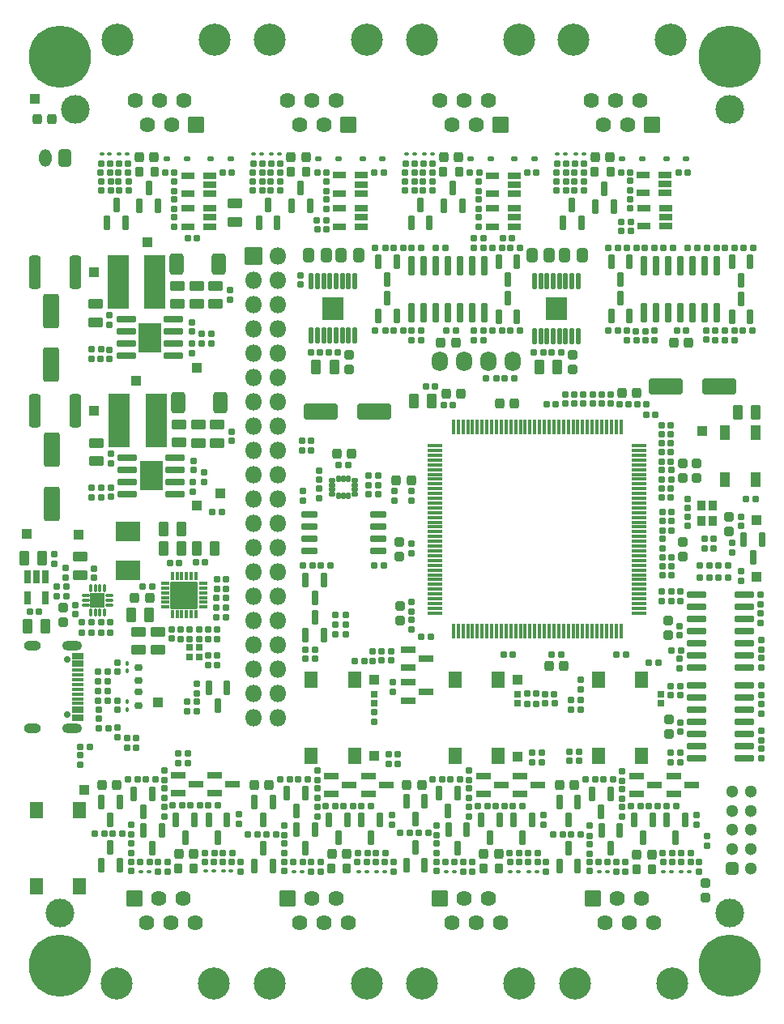
<source format=gbr>
%TF.GenerationSoftware,KiCad,Pcbnew,(7.0.0)*%
%TF.CreationDate,2023-03-16T19:41:22+00:00*%
%TF.ProjectId,RobotLegoController,526f626f-744c-4656-976f-436f6e74726f,REV A*%
%TF.SameCoordinates,Original*%
%TF.FileFunction,Soldermask,Top*%
%TF.FilePolarity,Negative*%
%FSLAX46Y46*%
G04 Gerber Fmt 4.6, Leading zero omitted, Abs format (unit mm)*
G04 Created by KiCad (PCBNEW (7.0.0)) date 2023-03-16 19:41:22*
%MOMM*%
%LPD*%
G01*
G04 APERTURE LIST*
G04 Aperture macros list*
%AMRoundRect*
0 Rectangle with rounded corners*
0 $1 Rounding radius*
0 $2 $3 $4 $5 $6 $7 $8 $9 X,Y pos of 4 corners*
0 Add a 4 corners polygon primitive as box body*
4,1,4,$2,$3,$4,$5,$6,$7,$8,$9,$2,$3,0*
0 Add four circle primitives for the rounded corners*
1,1,$1+$1,$2,$3*
1,1,$1+$1,$4,$5*
1,1,$1+$1,$6,$7*
1,1,$1+$1,$8,$9*
0 Add four rect primitives between the rounded corners*
20,1,$1+$1,$2,$3,$4,$5,0*
20,1,$1+$1,$4,$5,$6,$7,0*
20,1,$1+$1,$6,$7,$8,$9,0*
20,1,$1+$1,$8,$9,$2,$3,0*%
G04 Aperture macros list end*
%ADD10RoundRect,0.185000X-0.185000X0.135000X-0.185000X-0.135000X0.185000X-0.135000X0.185000X0.135000X0*%
%ADD11RoundRect,0.200000X0.150000X-0.587500X0.150000X0.587500X-0.150000X0.587500X-0.150000X-0.587500X0*%
%ADD12RoundRect,0.190000X0.140000X0.170000X-0.140000X0.170000X-0.140000X-0.170000X0.140000X-0.170000X0*%
%ADD13RoundRect,0.185000X-0.135000X-0.185000X0.135000X-0.185000X0.135000X0.185000X-0.135000X0.185000X0*%
%ADD14RoundRect,0.300000X-0.262500X-0.450000X0.262500X-0.450000X0.262500X0.450000X-0.262500X0.450000X0*%
%ADD15RoundRect,0.185000X0.185000X-0.135000X0.185000X0.135000X-0.185000X0.135000X-0.185000X-0.135000X0*%
%ADD16RoundRect,0.300000X-0.550000X1.500000X-0.550000X-1.500000X0.550000X-1.500000X0.550000X1.500000X0*%
%ADD17RoundRect,0.050000X-1.075000X-2.750000X1.075000X-2.750000X1.075000X2.750000X-1.075000X2.750000X0*%
%ADD18RoundRect,0.200000X0.512500X0.150000X-0.512500X0.150000X-0.512500X-0.150000X0.512500X-0.150000X0*%
%ADD19RoundRect,0.112500X-0.117500X-0.062500X0.117500X-0.062500X0.117500X0.062500X-0.117500X0.062500X0*%
%ADD20C,6.500000*%
%ADD21RoundRect,0.300000X0.262500X0.450000X-0.262500X0.450000X-0.262500X-0.450000X0.262500X-0.450000X0*%
%ADD22RoundRect,0.300000X0.250000X0.475000X-0.250000X0.475000X-0.250000X-0.475000X0.250000X-0.475000X0*%
%ADD23RoundRect,0.275000X0.225000X0.250000X-0.225000X0.250000X-0.225000X-0.250000X0.225000X-0.250000X0*%
%ADD24RoundRect,0.185000X0.135000X0.185000X-0.135000X0.185000X-0.135000X-0.185000X0.135000X-0.185000X0*%
%ADD25RoundRect,0.162500X-0.187500X-0.112500X0.187500X-0.112500X0.187500X0.112500X-0.187500X0.112500X0*%
%ADD26RoundRect,0.190000X-0.140000X-0.170000X0.140000X-0.170000X0.140000X0.170000X-0.140000X0.170000X0*%
%ADD27C,3.350000*%
%ADD28RoundRect,0.050000X0.760000X0.760000X-0.760000X0.760000X-0.760000X-0.760000X0.760000X-0.760000X0*%
%ADD29C,1.620000*%
%ADD30RoundRect,0.050000X-0.500000X-0.500000X0.500000X-0.500000X0.500000X0.500000X-0.500000X0.500000X0*%
%ADD31C,3.000000*%
%ADD32RoundRect,0.200000X-0.150000X0.587500X-0.150000X-0.587500X0.150000X-0.587500X0.150000X0.587500X0*%
%ADD33RoundRect,0.162500X0.187500X0.112500X-0.187500X0.112500X-0.187500X-0.112500X0.187500X-0.112500X0*%
%ADD34RoundRect,0.190000X-0.170000X0.140000X-0.170000X-0.140000X0.170000X-0.140000X0.170000X0.140000X0*%
%ADD35RoundRect,0.250000X0.200000X0.275000X-0.200000X0.275000X-0.200000X-0.275000X0.200000X-0.275000X0*%
%ADD36RoundRect,0.275000X-0.225000X-0.250000X0.225000X-0.250000X0.225000X0.250000X-0.225000X0.250000X0*%
%ADD37RoundRect,0.200000X-0.825000X-0.150000X0.825000X-0.150000X0.825000X0.150000X-0.825000X0.150000X0*%
%ADD38RoundRect,0.125000X0.662500X0.075000X-0.662500X0.075000X-0.662500X-0.075000X0.662500X-0.075000X0*%
%ADD39RoundRect,0.125000X0.075000X0.662500X-0.075000X0.662500X-0.075000X-0.662500X0.075000X-0.662500X0*%
%ADD40RoundRect,0.200000X-0.587500X-0.150000X0.587500X-0.150000X0.587500X0.150000X-0.587500X0.150000X0*%
%ADD41RoundRect,0.300000X-0.475000X0.250000X-0.475000X-0.250000X0.475000X-0.250000X0.475000X0.250000X0*%
%ADD42RoundRect,0.190000X0.170000X-0.140000X0.170000X0.140000X-0.170000X0.140000X-0.170000X-0.140000X0*%
%ADD43RoundRect,0.050000X1.250000X-0.950000X1.250000X0.950000X-1.250000X0.950000X-1.250000X-0.950000X0*%
%ADD44RoundRect,0.050000X-0.650000X0.775000X-0.650000X-0.775000X0.650000X-0.775000X0.650000X0.775000X0*%
%ADD45RoundRect,0.300000X-1.500000X-0.550000X1.500000X-0.550000X1.500000X0.550000X-1.500000X0.550000X0*%
%ADD46O,1.700000X2.100000*%
%ADD47RoundRect,0.200000X-0.150000X0.512500X-0.150000X-0.512500X0.150000X-0.512500X0.150000X0.512500X0*%
%ADD48RoundRect,0.112500X0.117500X0.062500X-0.117500X0.062500X-0.117500X-0.062500X0.117500X-0.062500X0*%
%ADD49RoundRect,0.050000X0.650000X-0.775000X0.650000X0.775000X-0.650000X0.775000X-0.650000X-0.775000X0*%
%ADD50RoundRect,0.197500X0.172500X-0.147500X0.172500X0.147500X-0.172500X0.147500X-0.172500X-0.147500X0*%
%ADD51RoundRect,0.300000X0.475000X-0.250000X0.475000X0.250000X-0.475000X0.250000X-0.475000X-0.250000X0*%
%ADD52RoundRect,0.200000X-0.650000X-0.150000X0.650000X-0.150000X0.650000X0.150000X-0.650000X0.150000X0*%
%ADD53RoundRect,0.050000X-1.145000X-1.500000X1.145000X-1.500000X1.145000X1.500000X-1.145000X1.500000X0*%
%ADD54RoundRect,0.275000X-0.250000X0.225000X-0.250000X-0.225000X0.250000X-0.225000X0.250000X0.225000X0*%
%ADD55RoundRect,0.197500X-0.172500X0.147500X-0.172500X-0.147500X0.172500X-0.147500X0.172500X0.147500X0*%
%ADD56RoundRect,0.137500X0.225000X0.087500X-0.225000X0.087500X-0.225000X-0.087500X0.225000X-0.087500X0*%
%ADD57RoundRect,0.137500X0.087500X0.225000X-0.087500X0.225000X-0.087500X-0.225000X0.087500X-0.225000X0*%
%ADD58R,2.310000X2.460000*%
%ADD59RoundRect,0.150000X-0.100000X0.687500X-0.100000X-0.687500X0.100000X-0.687500X0.100000X0.687500X0*%
%ADD60RoundRect,0.300000X0.350000X0.625000X-0.350000X0.625000X-0.350000X-0.625000X0.350000X-0.625000X0*%
%ADD61O,1.300000X1.850000*%
%ADD62RoundRect,0.300000X-0.312500X-1.450000X0.312500X-1.450000X0.312500X1.450000X-0.312500X1.450000X0*%
%ADD63RoundRect,0.050000X-0.850000X-0.850000X0.850000X-0.850000X0.850000X0.850000X-0.850000X0.850000X0*%
%ADD64O,1.800000X1.800000*%
%ADD65RoundRect,0.275000X0.250000X-0.225000X0.250000X0.225000X-0.250000X0.225000X-0.250000X-0.225000X0*%
%ADD66RoundRect,0.050000X-0.760000X-0.760000X0.760000X-0.760000X0.760000X0.760000X-0.760000X0.760000X0*%
%ADD67RoundRect,0.200000X-0.200000X0.150000X-0.200000X-0.150000X0.200000X-0.150000X0.200000X0.150000X0*%
%ADD68RoundRect,0.112500X0.062500X-0.350000X0.062500X0.350000X-0.062500X0.350000X-0.062500X-0.350000X0*%
%ADD69RoundRect,0.112500X0.350000X-0.062500X0.350000X0.062500X-0.350000X0.062500X-0.350000X-0.062500X0*%
%ADD70RoundRect,0.050000X1.350000X-1.350000X1.350000X1.350000X-1.350000X1.350000X-1.350000X-1.350000X0*%
%ADD71RoundRect,0.200000X0.150000X-0.825000X0.150000X0.825000X-0.150000X0.825000X-0.150000X-0.825000X0*%
%ADD72RoundRect,0.197500X0.147500X0.172500X-0.147500X0.172500X-0.147500X-0.172500X0.147500X-0.172500X0*%
%ADD73RoundRect,0.300000X-0.250000X-0.475000X0.250000X-0.475000X0.250000X0.475000X-0.250000X0.475000X0*%
%ADD74RoundRect,0.112500X0.062500X-0.117500X0.062500X0.117500X-0.062500X0.117500X-0.062500X-0.117500X0*%
%ADD75RoundRect,0.050000X-0.400000X-0.450000X0.400000X-0.450000X0.400000X0.450000X-0.400000X0.450000X0*%
%ADD76RoundRect,0.300000X0.350000X-0.350000X0.350000X0.350000X-0.350000X0.350000X-0.350000X-0.350000X0*%
%ADD77C,1.300000*%
%ADD78RoundRect,0.112500X-0.275000X-0.062500X0.275000X-0.062500X0.275000X0.062500X-0.275000X0.062500X0*%
%ADD79RoundRect,0.112500X-0.062500X-0.275000X0.062500X-0.275000X0.062500X0.275000X-0.062500X0.275000X0*%
%ADD80RoundRect,0.050000X-0.725000X-0.725000X0.725000X-0.725000X0.725000X0.725000X-0.725000X0.725000X0*%
%ADD81RoundRect,0.112500X-0.062500X0.117500X-0.062500X-0.117500X0.062500X-0.117500X0.062500X0.117500X0*%
%ADD82RoundRect,0.300000X0.450000X0.800000X-0.450000X0.800000X-0.450000X-0.800000X0.450000X-0.800000X0*%
%ADD83C,0.700000*%
%ADD84RoundRect,0.050000X-0.580000X0.300000X-0.580000X-0.300000X0.580000X-0.300000X0.580000X0.300000X0*%
%ADD85RoundRect,0.050000X0.580000X-0.150000X0.580000X0.150000X-0.580000X0.150000X-0.580000X-0.150000X0*%
%ADD86O,2.100000X1.000000*%
%ADD87O,1.800000X1.000000*%
%ADD88RoundRect,0.200000X0.200000X-0.150000X0.200000X0.150000X-0.200000X0.150000X-0.200000X-0.150000X0*%
%ADD89RoundRect,0.050000X0.500000X-0.750000X0.500000X0.750000X-0.500000X0.750000X-0.500000X-0.750000X0*%
%ADD90RoundRect,0.050000X0.500000X0.500000X-0.500000X0.500000X-0.500000X-0.500000X0.500000X-0.500000X0*%
%ADD91RoundRect,0.050000X-0.500000X0.500000X-0.500000X-0.500000X0.500000X-0.500000X0.500000X0.500000X0*%
%ADD92RoundRect,0.050000X0.500000X-0.500000X0.500000X0.500000X-0.500000X0.500000X-0.500000X-0.500000X0*%
G04 APERTURE END LIST*
D10*
%TO.C,R68*%
X137100000Y-111990000D03*
X137100000Y-113010000D03*
%TD*%
D11*
%TO.C,D56*%
X191000000Y-54637500D03*
X192900000Y-54637500D03*
X191950000Y-52762500D03*
%TD*%
D12*
%TO.C,C177*%
X178830000Y-51150000D03*
X177870000Y-51150000D03*
%TD*%
D11*
%TO.C,D44*%
X159250000Y-54587500D03*
X161150000Y-54587500D03*
X160200000Y-52712500D03*
%TD*%
D13*
%TO.C,R205*%
X161890000Y-56100000D03*
X162910000Y-56100000D03*
%TD*%
D12*
%TO.C,C6*%
X186680000Y-105650000D03*
X185720000Y-105650000D03*
%TD*%
D14*
%TO.C,R243*%
X184367500Y-59750000D03*
X186192500Y-59750000D03*
%TD*%
D15*
%TO.C,R237*%
X178800000Y-53060000D03*
X178800000Y-52040000D03*
%TD*%
D16*
%TO.C,C66*%
X134200000Y-80100000D03*
X134200000Y-85700000D03*
%TD*%
D17*
%TO.C,L3*%
X141075000Y-62500000D03*
X144925000Y-62500000D03*
%TD*%
D18*
%TO.C,U15*%
X150637500Y-56750000D03*
X150637500Y-55800000D03*
X150637500Y-54850000D03*
X148362500Y-54850000D03*
X148362500Y-56750000D03*
%TD*%
D19*
%TO.C,D39*%
X184847500Y-124150000D03*
X184007500Y-124150000D03*
%TD*%
D20*
%TO.C,H4*%
X205000000Y-39000000D03*
%TD*%
D21*
%TO.C,R207*%
X166237500Y-59762500D03*
X164412500Y-59762500D03*
%TD*%
D13*
%TO.C,R185*%
X180190000Y-58950000D03*
X181210000Y-58950000D03*
%TD*%
D22*
%TO.C,C51*%
X147750000Y-88400000D03*
X145850000Y-88400000D03*
%TD*%
D15*
%TO.C,R172*%
X198850000Y-112710000D03*
X198850000Y-111690000D03*
%TD*%
D23*
%TO.C,C53*%
X134175000Y-45500000D03*
X132625000Y-45500000D03*
%TD*%
D10*
%TO.C,R12*%
X189450000Y-104140000D03*
X189450000Y-105160000D03*
%TD*%
D24*
%TO.C,R188*%
X140310000Y-52050000D03*
X139290000Y-52050000D03*
%TD*%
D12*
%TO.C,C122*%
X183050000Y-123200000D03*
X182090000Y-123200000D03*
%TD*%
D13*
%TO.C,R152*%
X206700000Y-85250000D03*
X207720000Y-85250000D03*
%TD*%
%TO.C,R130*%
X172490000Y-120150000D03*
X173510000Y-120150000D03*
%TD*%
D24*
%TO.C,R58*%
X161710000Y-100950000D03*
X160690000Y-100950000D03*
%TD*%
D15*
%TO.C,R140*%
X178150000Y-124160000D03*
X178150000Y-123140000D03*
%TD*%
D25*
%TO.C,D50*%
X146200000Y-49700000D03*
X148300000Y-49700000D03*
%TD*%
D12*
%TO.C,C178*%
X194630000Y-51100000D03*
X193670000Y-51100000D03*
%TD*%
D26*
%TO.C,C176*%
X183870000Y-51150000D03*
X184830000Y-51150000D03*
%TD*%
%TO.C,C30*%
X197920000Y-84100000D03*
X198880000Y-84100000D03*
%TD*%
D12*
%TO.C,C121*%
X192280000Y-123200000D03*
X191320000Y-123200000D03*
%TD*%
D27*
%TO.C,J11*%
X151160000Y-37250000D03*
X141000000Y-37250000D03*
D28*
X149250000Y-46140000D03*
D29*
X147980000Y-43600000D03*
X146710000Y-46140000D03*
X145440000Y-43600000D03*
X144170000Y-46140000D03*
X142900000Y-43600000D03*
%TD*%
D30*
%TO.C,TP39*%
X137550000Y-115650000D03*
%TD*%
D31*
%TO.C,FID4*%
X205000000Y-44500000D03*
%TD*%
D10*
%TO.C,R75*%
X158500000Y-121230000D03*
X158500000Y-122250000D03*
%TD*%
%TO.C,R107*%
X184400000Y-111690000D03*
X184400000Y-112710000D03*
%TD*%
D15*
%TO.C,R120*%
X199800000Y-102960000D03*
X199800000Y-101940000D03*
%TD*%
D10*
%TO.C,R74*%
X142500000Y-121240000D03*
X142500000Y-122260000D03*
%TD*%
D13*
%TO.C,R150*%
X182040000Y-122250000D03*
X183060000Y-122250000D03*
%TD*%
D32*
%TO.C,D15*%
X145650000Y-119862500D03*
X143750000Y-119862500D03*
X144700000Y-121737500D03*
%TD*%
D33*
%TO.C,D49*%
X152850000Y-49650000D03*
X150750000Y-49650000D03*
%TD*%
%TO.C,D61*%
X184650000Y-49700000D03*
X182550000Y-49700000D03*
%TD*%
D34*
%TO.C,C72*%
X152950000Y-78170000D03*
X152950000Y-79130000D03*
%TD*%
D13*
%TO.C,R132*%
X173980000Y-114500000D03*
X175000000Y-114500000D03*
%TD*%
D35*
%TO.C,F10*%
X192575000Y-51000000D03*
X190925000Y-51000000D03*
%TD*%
D24*
%TO.C,R176*%
X142176382Y-53007678D03*
X141156382Y-53007678D03*
%TD*%
D13*
%TO.C,R151*%
X198040000Y-122250000D03*
X199060000Y-122250000D03*
%TD*%
D36*
%TO.C,C140*%
X174825000Y-68850000D03*
X176375000Y-68850000D03*
%TD*%
D13*
%TO.C,R198*%
X167990000Y-67650000D03*
X169010000Y-67650000D03*
%TD*%
D15*
%TO.C,R123*%
X208300000Y-100960000D03*
X208300000Y-99940000D03*
%TD*%
D13*
%TO.C,R63*%
X138320000Y-84050000D03*
X139340000Y-84050000D03*
%TD*%
D24*
%TO.C,R54*%
X161710000Y-101950000D03*
X160690000Y-101950000D03*
%TD*%
D37*
%TO.C,U10*%
X201575000Y-95240000D03*
X201575000Y-96510000D03*
X201575000Y-97780000D03*
X201575000Y-99050000D03*
X201575000Y-100320000D03*
X201575000Y-101590000D03*
X201575000Y-102860000D03*
X206525000Y-102860000D03*
X206525000Y-101590000D03*
X206525000Y-100320000D03*
X206525000Y-99050000D03*
X206525000Y-97780000D03*
X206525000Y-96510000D03*
X206525000Y-95240000D03*
%TD*%
D32*
%TO.C,D20*%
X165050000Y-118762500D03*
X163150000Y-118762500D03*
X164100000Y-120637500D03*
%TD*%
D13*
%TO.C,R82*%
X142090000Y-114550000D03*
X143110000Y-114550000D03*
%TD*%
D24*
%TO.C,R49*%
X152410000Y-95550000D03*
X151390000Y-95550000D03*
%TD*%
D10*
%TO.C,R167*%
X177800000Y-113630000D03*
X177800000Y-114650000D03*
%TD*%
D13*
%TO.C,R6*%
X185700062Y-106594881D03*
X186720062Y-106594881D03*
%TD*%
D11*
%TO.C,D59*%
X171750000Y-56337500D03*
X173650000Y-56337500D03*
X172700000Y-54462500D03*
%TD*%
D13*
%TO.C,R30*%
X138990000Y-106300000D03*
X140010000Y-106300000D03*
%TD*%
D25*
%TO.C,D62*%
X177950000Y-49700000D03*
X180050000Y-49700000D03*
%TD*%
D15*
%TO.C,R141*%
X194150000Y-124210000D03*
X194150000Y-123190000D03*
%TD*%
D24*
%TO.C,R102*%
X148360000Y-111850000D03*
X147340000Y-111850000D03*
%TD*%
D25*
%TO.C,D63*%
X193800000Y-49650000D03*
X195900000Y-49650000D03*
%TD*%
D10*
%TO.C,R170*%
X199850000Y-111690000D03*
X199850000Y-112710000D03*
%TD*%
D32*
%TO.C,Q13*%
X208400000Y-89462500D03*
X206500000Y-89462500D03*
X207450000Y-91337500D03*
%TD*%
D38*
%TO.C,U2*%
X195562500Y-97150000D03*
X195562500Y-96650000D03*
X195562500Y-96150000D03*
X195562500Y-95650000D03*
X195562500Y-95150000D03*
X195562500Y-94650000D03*
X195562500Y-94150000D03*
X195562500Y-93650000D03*
X195562500Y-93150000D03*
X195562500Y-92650000D03*
X195562500Y-92150000D03*
X195562500Y-91650000D03*
X195562500Y-91150000D03*
X195562500Y-90650000D03*
X195562500Y-90150000D03*
X195562500Y-89650000D03*
X195562500Y-89150000D03*
X195562500Y-88650000D03*
X195562500Y-88150000D03*
X195562500Y-87650000D03*
X195562500Y-87150000D03*
X195562500Y-86650000D03*
X195562500Y-86150000D03*
X195562500Y-85650000D03*
X195562500Y-85150000D03*
X195562500Y-84650000D03*
X195562500Y-84150000D03*
X195562500Y-83650000D03*
X195562500Y-83150000D03*
X195562500Y-82650000D03*
X195562500Y-82150000D03*
X195562500Y-81650000D03*
X195562500Y-81150000D03*
X195562500Y-80650000D03*
X195562500Y-80150000D03*
X195562500Y-79650000D03*
D39*
X193650000Y-77737500D03*
X193150000Y-77737500D03*
X192650000Y-77737500D03*
X192150000Y-77737500D03*
X191650000Y-77737500D03*
X191150000Y-77737500D03*
X190650000Y-77737500D03*
X190150000Y-77737500D03*
X189650000Y-77737500D03*
X189150000Y-77737500D03*
X188650000Y-77737500D03*
X188150000Y-77737500D03*
X187650000Y-77737500D03*
X187150000Y-77737500D03*
X186650000Y-77737500D03*
X186150000Y-77737500D03*
X185650000Y-77737500D03*
X185150000Y-77737500D03*
X184650000Y-77737500D03*
X184150000Y-77737500D03*
X183650000Y-77737500D03*
X183150000Y-77737500D03*
X182650000Y-77737500D03*
X182150000Y-77737500D03*
X181650000Y-77737500D03*
X181150000Y-77737500D03*
X180650000Y-77737500D03*
X180150000Y-77737500D03*
X179650000Y-77737500D03*
X179150000Y-77737500D03*
X178650000Y-77737500D03*
X178150000Y-77737500D03*
X177650000Y-77737500D03*
X177150000Y-77737500D03*
X176650000Y-77737500D03*
X176150000Y-77737500D03*
D38*
X174237500Y-79650000D03*
X174237500Y-80150000D03*
X174237500Y-80650000D03*
X174237500Y-81150000D03*
X174237500Y-81650000D03*
X174237500Y-82150000D03*
X174237500Y-82650000D03*
X174237500Y-83150000D03*
X174237500Y-83650000D03*
X174237500Y-84150000D03*
X174237500Y-84650000D03*
X174237500Y-85150000D03*
X174237500Y-85650000D03*
X174237500Y-86150000D03*
X174237500Y-86650000D03*
X174237500Y-87150000D03*
X174237500Y-87650000D03*
X174237500Y-88150000D03*
X174237500Y-88650000D03*
X174237500Y-89150000D03*
X174237500Y-89650000D03*
X174237500Y-90150000D03*
X174237500Y-90650000D03*
X174237500Y-91150000D03*
X174237500Y-91650000D03*
X174237500Y-92150000D03*
X174237500Y-92650000D03*
X174237500Y-93150000D03*
X174237500Y-93650000D03*
X174237500Y-94150000D03*
X174237500Y-94650000D03*
X174237500Y-95150000D03*
X174237500Y-95650000D03*
X174237500Y-96150000D03*
X174237500Y-96650000D03*
X174237500Y-97150000D03*
D39*
X176150000Y-99062500D03*
X176650000Y-99062500D03*
X177150000Y-99062500D03*
X177650000Y-99062500D03*
X178150000Y-99062500D03*
X178650000Y-99062500D03*
X179150000Y-99062500D03*
X179650000Y-99062500D03*
X180150000Y-99062500D03*
X180650000Y-99062500D03*
X181150000Y-99062500D03*
X181650000Y-99062500D03*
X182150000Y-99062500D03*
X182650000Y-99062500D03*
X183150000Y-99062500D03*
X183650000Y-99062500D03*
X184150000Y-99062500D03*
X184650000Y-99062500D03*
X185150000Y-99062500D03*
X185650000Y-99062500D03*
X186150000Y-99062500D03*
X186650000Y-99062500D03*
X187150000Y-99062500D03*
X187650000Y-99062500D03*
X188150000Y-99062500D03*
X188650000Y-99062500D03*
X189150000Y-99062500D03*
X189650000Y-99062500D03*
X190150000Y-99062500D03*
X190650000Y-99062500D03*
X191150000Y-99062500D03*
X191650000Y-99062500D03*
X192150000Y-99062500D03*
X192650000Y-99062500D03*
X193150000Y-99062500D03*
X193650000Y-99062500D03*
%TD*%
D40*
%TO.C,Q27*%
X183112500Y-114150000D03*
X183112500Y-116050000D03*
X184987500Y-115100000D03*
%TD*%
D41*
%TO.C,C79*%
X151300000Y-62950000D03*
X151300000Y-64850000D03*
%TD*%
D10*
%TO.C,R142*%
X177200000Y-123140000D03*
X177200000Y-124160000D03*
%TD*%
D26*
%TO.C,C129*%
X197920000Y-77500000D03*
X198880000Y-77500000D03*
%TD*%
D13*
%TO.C,R85*%
X154690000Y-120250000D03*
X155710000Y-120250000D03*
%TD*%
D12*
%TO.C,C136*%
X140256436Y-50146776D03*
X139296436Y-50146776D03*
%TD*%
D13*
%TO.C,R101*%
X166140000Y-122250000D03*
X167160000Y-122250000D03*
%TD*%
D40*
%TO.C,Q12*%
X195262500Y-114150000D03*
X195262500Y-116050000D03*
X197137500Y-115100000D03*
%TD*%
D26*
%TO.C,C154*%
X167890000Y-51150000D03*
X168850000Y-51150000D03*
%TD*%
D42*
%TO.C,C18*%
X197950000Y-83180000D03*
X197950000Y-82220000D03*
%TD*%
D34*
%TO.C,C145*%
X162850000Y-53920000D03*
X162850000Y-54880000D03*
%TD*%
D13*
%TO.C,R26*%
X201890000Y-93450000D03*
X202910000Y-93450000D03*
%TD*%
D15*
%TO.C,R202*%
X146950000Y-53060000D03*
X146950000Y-52040000D03*
%TD*%
D18*
%TO.C,U13*%
X150637500Y-53350000D03*
X150637500Y-52400000D03*
X150637500Y-51450000D03*
X148362500Y-51450000D03*
X148362500Y-53350000D03*
%TD*%
D15*
%TO.C,R231*%
X197150000Y-68660000D03*
X197150000Y-67640000D03*
%TD*%
D43*
%TO.C,L1*%
X142100000Y-92700000D03*
X142100000Y-88600000D03*
%TD*%
D44*
%TO.C,SW2*%
X195800000Y-104150000D03*
X195800000Y-112100000D03*
X191300000Y-104150000D03*
X191300000Y-112100000D03*
%TD*%
D24*
%TO.C,R193*%
X179310000Y-67650000D03*
X178290000Y-67650000D03*
%TD*%
D13*
%TO.C,R60*%
X149790000Y-68000000D03*
X150810000Y-68000000D03*
%TD*%
D42*
%TO.C,C80*%
X148950000Y-82180000D03*
X148950000Y-81220000D03*
%TD*%
D26*
%TO.C,C126*%
X183970000Y-123200000D03*
X184930000Y-123200000D03*
%TD*%
D13*
%TO.C,R29*%
X139000000Y-103300000D03*
X140020000Y-103300000D03*
%TD*%
D35*
%TO.C,F8*%
X160775000Y-51000000D03*
X159125000Y-51000000D03*
%TD*%
D15*
%TO.C,R10*%
X184800000Y-106610000D03*
X184800000Y-105590000D03*
%TD*%
D34*
%TO.C,C170*%
X194600000Y-53900000D03*
X194600000Y-54860000D03*
%TD*%
D24*
%TO.C,R196*%
X172810000Y-68600000D03*
X171790000Y-68600000D03*
%TD*%
D15*
%TO.C,R116*%
X153900000Y-124160000D03*
X153900000Y-123140000D03*
%TD*%
D10*
%TO.C,R144*%
X177800000Y-115490000D03*
X177800000Y-116510000D03*
%TD*%
D15*
%TO.C,R204*%
X146950000Y-56760000D03*
X146950000Y-55740000D03*
%TD*%
D42*
%TO.C,C113*%
X199800000Y-99480000D03*
X199800000Y-98520000D03*
%TD*%
D10*
%TO.C,R77*%
X158500000Y-119330000D03*
X158500000Y-120350000D03*
%TD*%
D13*
%TO.C,R209*%
X172966891Y-52057469D03*
X173986891Y-52057469D03*
%TD*%
D45*
%TO.C,C148*%
X162250000Y-76050000D03*
X167850000Y-76050000D03*
%TD*%
D23*
%TO.C,C60*%
X144375000Y-95600000D03*
X142825000Y-95600000D03*
%TD*%
D24*
%TO.C,R66*%
X140060000Y-109150000D03*
X139040000Y-109150000D03*
%TD*%
D12*
%TO.C,C100*%
X144380000Y-123200000D03*
X143420000Y-123200000D03*
%TD*%
D13*
%TO.C,R32*%
X138990000Y-104300000D03*
X140010000Y-104300000D03*
%TD*%
D30*
%TO.C,TP42*%
X143000000Y-72850000D03*
%TD*%
%TO.C,TP40*%
X138600000Y-76000000D03*
%TD*%
D15*
%TO.C,R5*%
X161250000Y-80160000D03*
X161250000Y-79140000D03*
%TD*%
D42*
%TO.C,C158*%
X191650000Y-75230000D03*
X191650000Y-74270000D03*
%TD*%
D15*
%TO.C,R62*%
X148930000Y-84460000D03*
X148930000Y-83440000D03*
%TD*%
D36*
%TO.C,C35*%
X175375000Y-74200000D03*
X176925000Y-74200000D03*
%TD*%
D34*
%TO.C,C28*%
X171750000Y-84420000D03*
X171750000Y-85380000D03*
%TD*%
D35*
%TO.C,F6*%
X196925000Y-123900000D03*
X195275000Y-123900000D03*
%TD*%
D36*
%TO.C,C36*%
X180975000Y-75200000D03*
X182525000Y-75200000D03*
%TD*%
D42*
%TO.C,C29*%
X171750000Y-98830000D03*
X171750000Y-97870000D03*
%TD*%
D32*
%TO.C,D34*%
X196950000Y-118762500D03*
X195050000Y-118762500D03*
X196000000Y-120637500D03*
%TD*%
D13*
%TO.C,R3*%
X167240000Y-82750000D03*
X168260000Y-82750000D03*
%TD*%
D46*
%TO.C,U3*%
X174719999Y-70849999D03*
X177259999Y-70849999D03*
X179799999Y-70849999D03*
X182339999Y-70849999D03*
%TD*%
D13*
%TO.C,R162*%
X182380000Y-117300000D03*
X183400000Y-117300000D03*
%TD*%
D47*
%TO.C,U7*%
X133500000Y-93325000D03*
X132550000Y-93325000D03*
X131600000Y-93325000D03*
X131600000Y-95600000D03*
X133500000Y-95600000D03*
%TD*%
D24*
%TO.C,R136*%
X199910000Y-104750000D03*
X198890000Y-104750000D03*
%TD*%
D15*
%TO.C,R90*%
X146250000Y-124160000D03*
X146250000Y-123140000D03*
%TD*%
D48*
%TO.C,D57*%
X171230000Y-49200000D03*
X172070000Y-49200000D03*
%TD*%
D36*
%TO.C,C160*%
X190975000Y-49500000D03*
X192525000Y-49500000D03*
%TD*%
D10*
%TO.C,R71*%
X142000000Y-110190000D03*
X142000000Y-111210000D03*
%TD*%
D19*
%TO.C,D41*%
X142070000Y-49200000D03*
X141230000Y-49200000D03*
%TD*%
D26*
%TO.C,C87*%
X197970000Y-92250000D03*
X198930000Y-92250000D03*
%TD*%
D16*
%TO.C,C69*%
X134100000Y-65600000D03*
X134100000Y-71200000D03*
%TD*%
D15*
%TO.C,R106*%
X185400000Y-112710000D03*
X185400000Y-111690000D03*
%TD*%
D34*
%TO.C,C41*%
X139050000Y-107220000D03*
X139050000Y-108180000D03*
%TD*%
D15*
%TO.C,R121*%
X208300000Y-102870866D03*
X208300000Y-101850866D03*
%TD*%
D10*
%TO.C,R154*%
X205250000Y-89790000D03*
X205250000Y-90810000D03*
%TD*%
D26*
%TO.C,C156*%
X188820000Y-50150000D03*
X189780000Y-50150000D03*
%TD*%
D42*
%TO.C,C46*%
X149300000Y-105530000D03*
X149300000Y-104570000D03*
%TD*%
D12*
%TO.C,C153*%
X162880000Y-51150000D03*
X161920000Y-51150000D03*
%TD*%
D42*
%TO.C,C20*%
X171750000Y-96980000D03*
X171750000Y-96020000D03*
%TD*%
D24*
%TO.C,R179*%
X179310000Y-58950000D03*
X178290000Y-58950000D03*
%TD*%
D10*
%TO.C,R126*%
X174400000Y-119340000D03*
X174400000Y-120360000D03*
%TD*%
D26*
%TO.C,C167*%
X181320000Y-58000000D03*
X182280000Y-58000000D03*
%TD*%
D15*
%TO.C,R160*%
X185600000Y-119260000D03*
X185600000Y-118240000D03*
%TD*%
D35*
%TO.C,F9*%
X176725000Y-51000000D03*
X175075000Y-51000000D03*
%TD*%
D13*
%TO.C,R80*%
X140540000Y-120200000D03*
X141560000Y-120200000D03*
%TD*%
D11*
%TO.C,D14*%
X155350000Y-123600000D03*
X157250000Y-123600000D03*
X156300000Y-121725000D03*
%TD*%
D33*
%TO.C,D52*%
X168750000Y-49700000D03*
X166650000Y-49700000D03*
%TD*%
D13*
%TO.C,R51*%
X163840000Y-98350000D03*
X164860000Y-98350000D03*
%TD*%
D31*
%TO.C,FID3*%
X136650000Y-44500000D03*
%TD*%
D49*
%TO.C,SW5*%
X176300000Y-112100000D03*
X176300000Y-104150000D03*
X180800000Y-112100000D03*
X180800000Y-104150000D03*
%TD*%
D26*
%TO.C,C103*%
X148670000Y-117250000D03*
X149630000Y-117250000D03*
%TD*%
D50*
%TO.C,D1*%
X182850000Y-106585000D03*
X182850000Y-105615000D03*
%TD*%
D20*
%TO.C,H3*%
X135000000Y-39000000D03*
%TD*%
D24*
%TO.C,R222*%
X207460000Y-58950000D03*
X206440000Y-58950000D03*
%TD*%
D26*
%TO.C,C106*%
X152020000Y-123150000D03*
X152980000Y-123150000D03*
%TD*%
D13*
%TO.C,R2*%
X167240000Y-84750000D03*
X168260000Y-84750000D03*
%TD*%
D51*
%TO.C,C44*%
X137100000Y-93150000D03*
X137100000Y-91250000D03*
%TD*%
D13*
%TO.C,R221*%
X192340000Y-58950000D03*
X193360000Y-58950000D03*
%TD*%
D24*
%TO.C,R104*%
X148360000Y-112850000D03*
X147340000Y-112850000D03*
%TD*%
D42*
%TO.C,C133*%
X188800000Y-75230000D03*
X188800000Y-74270000D03*
%TD*%
D11*
%TO.C,Q31*%
X168300000Y-66137500D03*
X170200000Y-66137500D03*
X169250000Y-64262500D03*
%TD*%
D12*
%TO.C,C104*%
X167080000Y-123200000D03*
X166120000Y-123200000D03*
%TD*%
D26*
%TO.C,C107*%
X168020000Y-123200000D03*
X168980000Y-123200000D03*
%TD*%
D10*
%TO.C,R119*%
X161900000Y-113600000D03*
X161900000Y-114620000D03*
%TD*%
D36*
%TO.C,C110*%
X171275000Y-115100000D03*
X172825000Y-115100000D03*
%TD*%
D32*
%TO.C,Q29*%
X170200000Y-60412500D03*
X168300000Y-60412500D03*
X169250000Y-62287500D03*
%TD*%
D26*
%TO.C,C128*%
X196270000Y-76400000D03*
X197230000Y-76400000D03*
%TD*%
D22*
%TO.C,C40*%
X173900000Y-74950000D03*
X172000000Y-74950000D03*
%TD*%
D12*
%TO.C,C143*%
X162880000Y-57050000D03*
X161920000Y-57050000D03*
%TD*%
D42*
%TO.C,C116*%
X190400000Y-124130000D03*
X190400000Y-123170000D03*
%TD*%
D24*
%TO.C,R200*%
X170910000Y-67650000D03*
X169890000Y-67650000D03*
%TD*%
D52*
%TO.C,U4*%
X161050000Y-86845000D03*
X161050000Y-88115000D03*
X161050000Y-89385000D03*
X161050000Y-90655000D03*
X168250000Y-90655000D03*
X168250000Y-89385000D03*
X168250000Y-88115000D03*
X168250000Y-86845000D03*
%TD*%
D10*
%TO.C,R57*%
X152400000Y-93590000D03*
X152400000Y-94610000D03*
%TD*%
D11*
%TO.C,Q36*%
X205250000Y-66187500D03*
X207150000Y-66187500D03*
X206200000Y-64312500D03*
%TD*%
D13*
%TO.C,R83*%
X158040000Y-114500000D03*
X159060000Y-114500000D03*
%TD*%
D40*
%TO.C,Q9*%
X163400000Y-114150000D03*
X163400000Y-116050000D03*
X165275000Y-115100000D03*
%TD*%
D37*
%TO.C,U8*%
X142075000Y-80890000D03*
X142075000Y-82160000D03*
X142075000Y-83430000D03*
X142075000Y-84700000D03*
X147025000Y-84700000D03*
X147025000Y-83430000D03*
X147025000Y-82160000D03*
X147025000Y-80890000D03*
D53*
X144550000Y-82795000D03*
%TD*%
D10*
%TO.C,R13*%
X169850000Y-104390000D03*
X169850000Y-105410000D03*
%TD*%
D54*
%TO.C,C19*%
X170550000Y-96375000D03*
X170550000Y-97925000D03*
%TD*%
D36*
%TO.C,C114*%
X179325000Y-122350000D03*
X180875000Y-122350000D03*
%TD*%
D26*
%TO.C,C131*%
X157070000Y-50150000D03*
X158030000Y-50150000D03*
%TD*%
D54*
%TO.C,C112*%
X198600000Y-97925000D03*
X198600000Y-99475000D03*
%TD*%
D32*
%TO.C,Q18*%
X189150000Y-116912500D03*
X187250000Y-116912500D03*
X188200000Y-118787500D03*
%TD*%
D40*
%TO.C,Q28*%
X199162500Y-114150000D03*
X199162500Y-116050000D03*
X201037500Y-115100000D03*
%TD*%
D26*
%TO.C,C146*%
X163095000Y-69912500D03*
X164055000Y-69912500D03*
%TD*%
D31*
%TO.C,FID1*%
X135000000Y-128500000D03*
%TD*%
D55*
%TO.C,D2*%
X197850000Y-105597500D03*
X197850000Y-106567500D03*
%TD*%
D42*
%TO.C,C68*%
X140350000Y-81480000D03*
X140350000Y-80520000D03*
%TD*%
D26*
%TO.C,C58*%
X197970000Y-88500000D03*
X198930000Y-88500000D03*
%TD*%
D13*
%TO.C,R174*%
X141150051Y-52036401D03*
X142170051Y-52036401D03*
%TD*%
D41*
%TO.C,C73*%
X147450000Y-77400000D03*
X147450000Y-79300000D03*
%TD*%
D50*
%TO.C,D3*%
X167850000Y-106585000D03*
X167850000Y-105615000D03*
%TD*%
D15*
%TO.C,R103*%
X169350000Y-112910000D03*
X169350000Y-111890000D03*
%TD*%
D10*
%TO.C,R127*%
X190400000Y-119390000D03*
X190400000Y-120410000D03*
%TD*%
%TO.C,R23*%
X183850000Y-105590000D03*
X183850000Y-106610000D03*
%TD*%
D34*
%TO.C,C42*%
X136600000Y-96320000D03*
X136600000Y-97280000D03*
%TD*%
D13*
%TO.C,R11*%
X165790000Y-102150000D03*
X166810000Y-102150000D03*
%TD*%
D19*
%TO.C,D53*%
X173957500Y-49200000D03*
X173117500Y-49200000D03*
%TD*%
D17*
%TO.C,L2*%
X141225000Y-77000000D03*
X145075000Y-77000000D03*
%TD*%
D26*
%TO.C,C86*%
X197970000Y-87550000D03*
X198930000Y-87550000D03*
%TD*%
%TO.C,C125*%
X196570000Y-117300000D03*
X197530000Y-117300000D03*
%TD*%
D27*
%TO.C,J14*%
X198810000Y-37250000D03*
X188650000Y-37250000D03*
D28*
X196900000Y-46140000D03*
D29*
X195630000Y-43600000D03*
X194360000Y-46140000D03*
X193090000Y-43600000D03*
X191820000Y-46140000D03*
X190550000Y-43600000D03*
%TD*%
D13*
%TO.C,R227*%
X195190000Y-67700000D03*
X196210000Y-67700000D03*
%TD*%
%TO.C,R233*%
X192340000Y-67650000D03*
X193360000Y-67650000D03*
%TD*%
D36*
%TO.C,C37*%
X170175000Y-83250000D03*
X171725000Y-83250000D03*
%TD*%
D42*
%TO.C,C164*%
X202600000Y-68580000D03*
X202600000Y-67620000D03*
%TD*%
D48*
%TO.C,D21*%
X150230000Y-124100000D03*
X151070000Y-124100000D03*
%TD*%
D36*
%TO.C,C165*%
X199175000Y-68850000D03*
X200725000Y-68850000D03*
%TD*%
D24*
%TO.C,R108*%
X189260000Y-112600000D03*
X188240000Y-112600000D03*
%TD*%
D56*
%TO.C,U1*%
X165812500Y-84750000D03*
X165812500Y-84250000D03*
X165812500Y-83750000D03*
X165812500Y-83250000D03*
D57*
X165150000Y-83087500D03*
X164650000Y-83087500D03*
X164150000Y-83087500D03*
D56*
X163487500Y-83250000D03*
X163487500Y-83750000D03*
X163487500Y-84250000D03*
X163487500Y-84750000D03*
D57*
X164150000Y-84912500D03*
X164650000Y-84912500D03*
X165150000Y-84912500D03*
%TD*%
D58*
%TO.C,U17*%
X163549999Y-65299999D03*
D59*
X165825000Y-62437500D03*
X165175000Y-62437500D03*
X164525000Y-62437500D03*
X163875000Y-62437500D03*
X163225000Y-62437500D03*
X162575000Y-62437500D03*
X161925000Y-62437500D03*
X161275000Y-62437500D03*
X161275000Y-68162500D03*
X161925000Y-68162500D03*
X162575000Y-68162500D03*
X163225000Y-68162500D03*
X163875000Y-68162500D03*
X164525000Y-68162500D03*
X165175000Y-68162500D03*
X165825000Y-68162500D03*
%TD*%
D60*
%TO.C,J4*%
X135500000Y-49550000D03*
D61*
X133499999Y-49549999D03*
%TD*%
D10*
%TO.C,R105*%
X170350000Y-111890000D03*
X170350000Y-112910000D03*
%TD*%
D15*
%TO.C,R110*%
X153700000Y-119210000D03*
X153700000Y-118190000D03*
%TD*%
%TO.C,R91*%
X162250000Y-124160000D03*
X162250000Y-123140000D03*
%TD*%
D10*
%TO.C,R95*%
X161300000Y-123140000D03*
X161300000Y-124160000D03*
%TD*%
D24*
%TO.C,R113*%
X153060000Y-122200000D03*
X152040000Y-122200000D03*
%TD*%
D12*
%TO.C,C141*%
X176380000Y-67600000D03*
X175420000Y-67600000D03*
%TD*%
D62*
%TO.C,F2*%
X132362500Y-61500000D03*
X136637500Y-61500000D03*
%TD*%
D32*
%TO.C,D33*%
X180950000Y-118762500D03*
X179050000Y-118762500D03*
X180000000Y-120637500D03*
%TD*%
D24*
%TO.C,R224*%
X187910000Y-52050000D03*
X186890000Y-52050000D03*
%TD*%
D12*
%TO.C,C5*%
X165130000Y-81700000D03*
X164170000Y-81700000D03*
%TD*%
D45*
%TO.C,C173*%
X198350000Y-73450000D03*
X203950000Y-73450000D03*
%TD*%
D55*
%TO.C,D9*%
X148600000Y-100765000D03*
X148600000Y-101735000D03*
%TD*%
D24*
%TO.C,R219*%
X195260000Y-58950000D03*
X194240000Y-58950000D03*
%TD*%
D10*
%TO.C,R93*%
X145900000Y-117390000D03*
X145900000Y-118410000D03*
%TD*%
D26*
%TO.C,C123*%
X180570000Y-117300000D03*
X181530000Y-117300000D03*
%TD*%
D42*
%TO.C,C4*%
X162100000Y-83230000D03*
X162100000Y-82270000D03*
%TD*%
D62*
%TO.C,F1*%
X132362500Y-76000000D03*
X136637500Y-76000000D03*
%TD*%
D10*
%TO.C,R28*%
X135600000Y-92440000D03*
X135600000Y-93460000D03*
%TD*%
D24*
%TO.C,R215*%
X173997858Y-51103973D03*
X172977858Y-51103973D03*
%TD*%
D40*
%TO.C,Q16*%
X167250000Y-114150000D03*
X167250000Y-116050000D03*
X169125000Y-115100000D03*
%TD*%
D24*
%TO.C,R122*%
X199920000Y-101050000D03*
X198900000Y-101050000D03*
%TD*%
D13*
%TO.C,R135*%
X186540000Y-120250000D03*
X187560000Y-120250000D03*
%TD*%
D19*
%TO.C,D26*%
X168950000Y-124150000D03*
X168110000Y-124150000D03*
%TD*%
D11*
%TO.C,Q35*%
X192650000Y-66137500D03*
X194550000Y-66137500D03*
X193600000Y-64262500D03*
%TD*%
D10*
%TO.C,R146*%
X193800000Y-117440000D03*
X193800000Y-118460000D03*
%TD*%
D55*
%TO.C,D8*%
X149550000Y-100765000D03*
X149550000Y-101735000D03*
%TD*%
D13*
%TO.C,R17*%
X167890000Y-92150000D03*
X168910000Y-92150000D03*
%TD*%
D15*
%TO.C,R235*%
X194300000Y-68660000D03*
X194300000Y-67640000D03*
%TD*%
%TO.C,R52*%
X147650000Y-99860000D03*
X147650000Y-98840000D03*
%TD*%
D44*
%TO.C,SW3*%
X137050000Y-117775000D03*
X137050000Y-125725000D03*
X132550000Y-117775000D03*
X132550000Y-125725000D03*
%TD*%
D42*
%TO.C,C8*%
X189450000Y-107230000D03*
X189450000Y-106270000D03*
%TD*%
D13*
%TO.C,R230*%
X186934373Y-51100826D03*
X187954373Y-51100826D03*
%TD*%
D10*
%TO.C,R87*%
X208250000Y-95240000D03*
X208250000Y-96260000D03*
%TD*%
D42*
%TO.C,C115*%
X174400000Y-124080000D03*
X174400000Y-123120000D03*
%TD*%
D19*
%TO.C,D25*%
X152920000Y-124100000D03*
X152080000Y-124100000D03*
%TD*%
D42*
%TO.C,C81*%
X148800000Y-67700000D03*
X148800000Y-66740000D03*
%TD*%
D20*
%TO.C,H1*%
X135000000Y-134000000D03*
%TD*%
D41*
%TO.C,C74*%
X149450000Y-77450000D03*
X149450000Y-79350000D03*
%TD*%
D23*
%TO.C,C13*%
X187675000Y-102700000D03*
X186125000Y-102700000D03*
%TD*%
D10*
%TO.C,R228*%
X203550000Y-67590000D03*
X203550000Y-68610000D03*
%TD*%
D24*
%TO.C,R41*%
X152410000Y-97550000D03*
X151390000Y-97550000D03*
%TD*%
D34*
%TO.C,C76*%
X152800000Y-63420000D03*
X152800000Y-64380000D03*
%TD*%
D36*
%TO.C,C99*%
X163425000Y-122350000D03*
X164975000Y-122350000D03*
%TD*%
D10*
%TO.C,R145*%
X193200000Y-123190000D03*
X193200000Y-124210000D03*
%TD*%
D63*
%TO.C,J2*%
X155227032Y-59861039D03*
D64*
X157767031Y-59861038D03*
X155227031Y-62401038D03*
X157767031Y-62401038D03*
X155227031Y-64941038D03*
X157767031Y-64941038D03*
X155227031Y-67481038D03*
X157767031Y-67481038D03*
X155227031Y-70021038D03*
X157767031Y-70021038D03*
X155227031Y-72561038D03*
X157767031Y-72561038D03*
X155227031Y-75101038D03*
X157767031Y-75101038D03*
X155227031Y-77641038D03*
X157767031Y-77641038D03*
X155227031Y-80181038D03*
X157767031Y-80181038D03*
X155227031Y-82721038D03*
X157767031Y-82721038D03*
X155227031Y-85261038D03*
X157767031Y-85261038D03*
X155227031Y-87801038D03*
X157767031Y-87801038D03*
X155227031Y-90341038D03*
X157767031Y-90341038D03*
X155227031Y-92881038D03*
X157767031Y-92881038D03*
X155227031Y-95421038D03*
X157767031Y-95421038D03*
X155227031Y-97961038D03*
X157767031Y-97961038D03*
X155227031Y-100501038D03*
X157767031Y-100501038D03*
X155227031Y-103041038D03*
X157767031Y-103041038D03*
X155227031Y-105581038D03*
X157767031Y-105581038D03*
X155227031Y-108121038D03*
X157767031Y-108121038D03*
%TD*%
D34*
%TO.C,C22*%
X200612500Y-87070000D03*
X200612500Y-88030000D03*
%TD*%
D26*
%TO.C,C14*%
X186420000Y-101500000D03*
X187380000Y-101500000D03*
%TD*%
D11*
%TO.C,D48*%
X155800000Y-56375000D03*
X157700000Y-56375000D03*
X156750000Y-54500000D03*
%TD*%
D22*
%TO.C,C61*%
X133150000Y-91400000D03*
X131250000Y-91400000D03*
%TD*%
D36*
%TO.C,C90*%
X139375000Y-115150000D03*
X140925000Y-115150000D03*
%TD*%
D34*
%TO.C,C144*%
X146950000Y-53920000D03*
X146950000Y-54880000D03*
%TD*%
%TO.C,C47*%
X141000000Y-106320000D03*
X141000000Y-107280000D03*
%TD*%
D41*
%TO.C,C78*%
X149300000Y-62950000D03*
X149300000Y-64850000D03*
%TD*%
D36*
%TO.C,C135*%
X159175000Y-49500000D03*
X160725000Y-49500000D03*
%TD*%
D42*
%TO.C,C95*%
X142500000Y-124080000D03*
X142500000Y-123120000D03*
%TD*%
D10*
%TO.C,R35*%
X149300000Y-106390000D03*
X149300000Y-107410000D03*
%TD*%
D32*
%TO.C,D30*%
X193550000Y-119862500D03*
X191650000Y-119862500D03*
X192600000Y-121737500D03*
%TD*%
D15*
%TO.C,R70*%
X141000000Y-110160000D03*
X141000000Y-109140000D03*
%TD*%
D19*
%TO.C,D54*%
X189770000Y-49200000D03*
X188930000Y-49200000D03*
%TD*%
D65*
%TO.C,C16*%
X200100000Y-83025000D03*
X200100000Y-81475000D03*
%TD*%
D22*
%TO.C,C65*%
X144350000Y-97350000D03*
X142450000Y-97350000D03*
%TD*%
D11*
%TO.C,D55*%
X175167006Y-54606730D03*
X177067006Y-54606730D03*
X176117006Y-52731730D03*
%TD*%
%TO.C,Q4*%
X160700000Y-99437500D03*
X162600000Y-99437500D03*
X161650000Y-97562500D03*
%TD*%
D13*
%TO.C,R27*%
X201890000Y-92150000D03*
X202910000Y-92150000D03*
%TD*%
D15*
%TO.C,R59*%
X150055518Y-83442463D03*
X150055518Y-82422463D03*
%TD*%
D12*
%TO.C,C163*%
X196230000Y-68650000D03*
X195270000Y-68650000D03*
%TD*%
D40*
%TO.C,Q1*%
X171412500Y-104400000D03*
X171412500Y-106300000D03*
X173287500Y-105350000D03*
%TD*%
D10*
%TO.C,R143*%
X177800000Y-117390000D03*
X177800000Y-118410000D03*
%TD*%
D13*
%TO.C,R19*%
X179590000Y-72650000D03*
X180610000Y-72650000D03*
%TD*%
D10*
%TO.C,R76*%
X142500000Y-119290000D03*
X142500000Y-120310000D03*
%TD*%
D13*
%TO.C,R100*%
X150140000Y-122200000D03*
X151160000Y-122200000D03*
%TD*%
%TO.C,R56*%
X134690000Y-94400000D03*
X135710000Y-94400000D03*
%TD*%
D26*
%TO.C,C89*%
X197970000Y-93200000D03*
X198930000Y-93200000D03*
%TD*%
D24*
%TO.C,R98*%
X147810000Y-117250000D03*
X146790000Y-117250000D03*
%TD*%
D13*
%TO.C,R213*%
X196140000Y-58950000D03*
X197160000Y-58950000D03*
%TD*%
D24*
%TO.C,R223*%
X172116961Y-52055085D03*
X171096961Y-52055085D03*
%TD*%
D41*
%TO.C,C50*%
X145250000Y-99100000D03*
X145250000Y-101000000D03*
%TD*%
D13*
%TO.C,R201*%
X180190000Y-67650000D03*
X181210000Y-67650000D03*
%TD*%
D10*
%TO.C,R96*%
X161900000Y-117390000D03*
X161900000Y-118410000D03*
%TD*%
D26*
%TO.C,C127*%
X199970000Y-123200000D03*
X200930000Y-123200000D03*
%TD*%
D42*
%TO.C,C38*%
X170000000Y-85380000D03*
X170000000Y-84420000D03*
%TD*%
D34*
%TO.C,C182*%
X206200000Y-87070000D03*
X206200000Y-88030000D03*
%TD*%
D26*
%TO.C,C118*%
X195370000Y-75350000D03*
X196330000Y-75350000D03*
%TD*%
D37*
%TO.C,U11*%
X201600000Y-104740000D03*
X201600000Y-106010000D03*
X201600000Y-107280000D03*
X201600000Y-108550000D03*
X201600000Y-109820000D03*
X201600000Y-111090000D03*
X201600000Y-112360000D03*
X206550000Y-112360000D03*
X206550000Y-111090000D03*
X206550000Y-109820000D03*
X206550000Y-108550000D03*
X206550000Y-107280000D03*
X206550000Y-106010000D03*
X206550000Y-104740000D03*
%TD*%
D41*
%TO.C,C75*%
X151450000Y-77450000D03*
X151450000Y-79350000D03*
%TD*%
D11*
%TO.C,D27*%
X171250000Y-123487500D03*
X173150000Y-123487500D03*
X172200000Y-121612500D03*
%TD*%
D24*
%TO.C,R20*%
X182510000Y-72650000D03*
X181490000Y-72650000D03*
%TD*%
D19*
%TO.C,D40*%
X200820000Y-124150000D03*
X199980000Y-124150000D03*
%TD*%
D10*
%TO.C,R4*%
X162100000Y-84090000D03*
X162100000Y-85110000D03*
%TD*%
D40*
%TO.C,Q15*%
X151212500Y-114100000D03*
X151212500Y-116000000D03*
X153087500Y-115050000D03*
%TD*%
D24*
%TO.C,R72*%
X138110000Y-111100000D03*
X137090000Y-111100000D03*
%TD*%
D35*
%TO.C,F5*%
X180925000Y-123850000D03*
X179275000Y-123850000D03*
%TD*%
D10*
%TO.C,R47*%
X148600000Y-98840000D03*
X148600000Y-99860000D03*
%TD*%
D26*
%TO.C,C98*%
X197920000Y-79400000D03*
X198880000Y-79400000D03*
%TD*%
D24*
%TO.C,R165*%
X200960000Y-122250000D03*
X199940000Y-122250000D03*
%TD*%
D13*
%TO.C,R50*%
X162290000Y-92150000D03*
X163310000Y-92150000D03*
%TD*%
D34*
%TO.C,C169*%
X178800000Y-53920000D03*
X178800000Y-54880000D03*
%TD*%
D13*
%TO.C,R138*%
X198890000Y-105750000D03*
X199910000Y-105750000D03*
%TD*%
D32*
%TO.C,Q37*%
X152450000Y-104962500D03*
X150550000Y-104962500D03*
X151500000Y-106837500D03*
%TD*%
D12*
%TO.C,C101*%
X160380000Y-123150000D03*
X159420000Y-123150000D03*
%TD*%
D31*
%TO.C,FID2*%
X205000000Y-128500000D03*
%TD*%
D54*
%TO.C,C43*%
X135350000Y-96575000D03*
X135350000Y-98125000D03*
%TD*%
D13*
%TO.C,R84*%
X138640000Y-120200000D03*
X139660000Y-120200000D03*
%TD*%
D12*
%TO.C,C102*%
X151130000Y-123150000D03*
X150170000Y-123150000D03*
%TD*%
D15*
%TO.C,R65*%
X148800000Y-70020000D03*
X148800000Y-69000000D03*
%TD*%
D36*
%TO.C,C119*%
X195325000Y-122400000D03*
X196875000Y-122400000D03*
%TD*%
D18*
%TO.C,U19*%
X182487500Y-53350000D03*
X182487500Y-52400000D03*
X182487500Y-51450000D03*
X180212500Y-51450000D03*
X180212500Y-53350000D03*
%TD*%
D15*
%TO.C,R53*%
X151450000Y-94610000D03*
X151450000Y-93590000D03*
%TD*%
D26*
%TO.C,C108*%
X197920000Y-85050000D03*
X198880000Y-85050000D03*
%TD*%
D15*
%TO.C,R9*%
X160300000Y-80160000D03*
X160300000Y-79140000D03*
%TD*%
D32*
%TO.C,D19*%
X149050000Y-118725000D03*
X147150000Y-118725000D03*
X148100000Y-120600000D03*
%TD*%
D13*
%TO.C,R206*%
X150940000Y-86550000D03*
X151960000Y-86550000D03*
%TD*%
D30*
%TO.C,TP43*%
X144150000Y-58400000D03*
%TD*%
D49*
%TO.C,SW1*%
X161300000Y-112100000D03*
X161300000Y-104150000D03*
X165800000Y-112100000D03*
X165800000Y-104150000D03*
%TD*%
D26*
%TO.C,C39*%
X173270000Y-73500000D03*
X174230000Y-73500000D03*
%TD*%
D27*
%TO.C,J7*%
X140920000Y-135870000D03*
X151080000Y-135870000D03*
D66*
X142830000Y-126980000D03*
D29*
X144100000Y-129520000D03*
X145370000Y-126980000D03*
X146640000Y-129520000D03*
X147910000Y-126980000D03*
X149180000Y-129520000D03*
%TD*%
D13*
%TO.C,R114*%
X166490000Y-117300000D03*
X167510000Y-117300000D03*
%TD*%
D33*
%TO.C,D64*%
X200500000Y-49650000D03*
X198400000Y-49650000D03*
%TD*%
D24*
%TO.C,R218*%
X201670000Y-58950000D03*
X200650000Y-58950000D03*
%TD*%
D37*
%TO.C,U9*%
X141955000Y-66445000D03*
X141955000Y-67715000D03*
X141955000Y-68985000D03*
X141955000Y-70255000D03*
X146905000Y-70255000D03*
X146905000Y-68985000D03*
X146905000Y-67715000D03*
X146905000Y-66445000D03*
D53*
X144430000Y-68350000D03*
%TD*%
D15*
%TO.C,R118*%
X169900000Y-124210000D03*
X169900000Y-123190000D03*
%TD*%
D32*
%TO.C,Q5*%
X141250000Y-116862500D03*
X139350000Y-116862500D03*
X140300000Y-118737500D03*
%TD*%
D11*
%TO.C,D60*%
X187600000Y-56337500D03*
X189500000Y-56337500D03*
X188550000Y-54462500D03*
%TD*%
D13*
%TO.C,R175*%
X157021805Y-52046344D03*
X158041805Y-52046344D03*
%TD*%
D15*
%TO.C,R67*%
X143000000Y-111210000D03*
X143000000Y-110190000D03*
%TD*%
D40*
%TO.C,Q2*%
X171412500Y-100950000D03*
X171412500Y-102850000D03*
X173287500Y-101900000D03*
%TD*%
D10*
%TO.C,R97*%
X161900000Y-115490000D03*
X161900000Y-116510000D03*
%TD*%
D13*
%TO.C,R1*%
X167240000Y-83750000D03*
X168260000Y-83750000D03*
%TD*%
D67*
%TO.C,D5*%
X143200000Y-104200000D03*
X143200000Y-102800000D03*
%TD*%
D68*
%TO.C,U6*%
X146750000Y-97237500D03*
X147250000Y-97237500D03*
X147750000Y-97237500D03*
X148250000Y-97237500D03*
X148750000Y-97237500D03*
X149250000Y-97237500D03*
D69*
X149962500Y-96525000D03*
X149962500Y-96025000D03*
X149962500Y-95525000D03*
X149962500Y-95025000D03*
X149962500Y-94525000D03*
X149962500Y-94025000D03*
D68*
X149250000Y-93312500D03*
X148750000Y-93312500D03*
X148250000Y-93312500D03*
X147750000Y-93312500D03*
X147250000Y-93312500D03*
X146750000Y-93312500D03*
D69*
X146037500Y-94025000D03*
X146037500Y-94525000D03*
X146037500Y-95025000D03*
X146037500Y-95525000D03*
X146037500Y-96025000D03*
X146037500Y-96525000D03*
D70*
X148000000Y-95275000D03*
%TD*%
D71*
%TO.C,U18*%
X196090000Y-65775000D03*
X197360000Y-65775000D03*
X198630000Y-65775000D03*
X199900000Y-65775000D03*
X201170000Y-65775000D03*
X202440000Y-65775000D03*
X203710000Y-65775000D03*
X203710000Y-60825000D03*
X202440000Y-60825000D03*
X201170000Y-60825000D03*
X199900000Y-60825000D03*
X198630000Y-60825000D03*
X197360000Y-60825000D03*
X196090000Y-60825000D03*
%TD*%
D72*
%TO.C,D10*%
X135685000Y-95400000D03*
X134715000Y-95400000D03*
%TD*%
D41*
%TO.C,C77*%
X147300000Y-62950000D03*
X147300000Y-64850000D03*
%TD*%
D48*
%TO.C,D32*%
X191380000Y-124150000D03*
X192220000Y-124150000D03*
%TD*%
D30*
%TO.C,TP35*%
X137000000Y-88950000D03*
%TD*%
D15*
%TO.C,R86*%
X199850000Y-95910000D03*
X199850000Y-94890000D03*
%TD*%
%TO.C,R69*%
X202400000Y-90410000D03*
X202400000Y-89390000D03*
%TD*%
D48*
%TO.C,D58*%
X187030000Y-49200000D03*
X187870000Y-49200000D03*
%TD*%
D26*
%TO.C,C85*%
X138320000Y-70600000D03*
X139280000Y-70600000D03*
%TD*%
D73*
%TO.C,C172*%
X185130000Y-71400000D03*
X187030000Y-71400000D03*
%TD*%
D22*
%TO.C,C56*%
X147750000Y-90400000D03*
X145850000Y-90400000D03*
%TD*%
D26*
%TO.C,C31*%
X181370000Y-101500000D03*
X182330000Y-101500000D03*
%TD*%
D24*
%TO.C,R189*%
X156160000Y-52050000D03*
X155140000Y-52050000D03*
%TD*%
D32*
%TO.C,Q8*%
X160650000Y-115962500D03*
X158750000Y-115962500D03*
X159700000Y-117837500D03*
%TD*%
D13*
%TO.C,R182*%
X174290000Y-58950000D03*
X175310000Y-58950000D03*
%TD*%
D74*
%TO.C,D7*%
X142000000Y-102380000D03*
X142000000Y-103220000D03*
%TD*%
D48*
%TO.C,D17*%
X143452500Y-124150000D03*
X144292500Y-124150000D03*
%TD*%
%TO.C,D31*%
X175380000Y-124150000D03*
X176220000Y-124150000D03*
%TD*%
D12*
%TO.C,C152*%
X146980000Y-51150000D03*
X146020000Y-51150000D03*
%TD*%
D26*
%TO.C,C15*%
X197920000Y-81300000D03*
X198880000Y-81300000D03*
%TD*%
D42*
%TO.C,C21*%
X200612500Y-86180000D03*
X200612500Y-85220000D03*
%TD*%
D75*
%TO.C,Y2*%
X202037500Y-85875000D03*
X202037500Y-87525000D03*
X203287500Y-87525000D03*
X203287500Y-85875000D03*
%TD*%
D15*
%TO.C,R33*%
X137300000Y-99160000D03*
X137300000Y-98140000D03*
%TD*%
D76*
%TO.C,J1*%
X205250000Y-123800000D03*
D77*
X207250000Y-123800000D03*
X205250000Y-121800000D03*
X207250000Y-121800000D03*
X205250000Y-119800000D03*
X207250000Y-119800000D03*
X205250000Y-117800000D03*
X207250000Y-117800000D03*
X205250000Y-115800000D03*
X207250000Y-115800000D03*
%TD*%
D10*
%TO.C,R153*%
X206200000Y-92790000D03*
X206200000Y-93810000D03*
%TD*%
D12*
%TO.C,C166*%
X200480000Y-67650000D03*
X199520000Y-67650000D03*
%TD*%
D42*
%TO.C,C71*%
X140200000Y-67000000D03*
X140200000Y-66040000D03*
%TD*%
D12*
%TO.C,C162*%
X187930000Y-50150000D03*
X186970000Y-50150000D03*
%TD*%
D15*
%TO.C,R31*%
X148300000Y-107410000D03*
X148300000Y-106390000D03*
%TD*%
D36*
%TO.C,C94*%
X147425000Y-122350000D03*
X148975000Y-122350000D03*
%TD*%
D40*
%TO.C,Q11*%
X179262500Y-114150000D03*
X179262500Y-116050000D03*
X181137500Y-115100000D03*
%TD*%
D13*
%TO.C,R191*%
X155140000Y-53000000D03*
X156160000Y-53000000D03*
%TD*%
%TO.C,R236*%
X204490000Y-67650000D03*
X205510000Y-67650000D03*
%TD*%
D26*
%TO.C,C180*%
X149220000Y-91850000D03*
X150180000Y-91850000D03*
%TD*%
D10*
%TO.C,R40*%
X151450000Y-101590000D03*
X151450000Y-102610000D03*
%TD*%
D48*
%TO.C,D35*%
X182130000Y-124150000D03*
X182970000Y-124150000D03*
%TD*%
D15*
%TO.C,R36*%
X140300000Y-99160000D03*
X140300000Y-98140000D03*
%TD*%
D11*
%TO.C,Q32*%
X180900000Y-66150000D03*
X182800000Y-66150000D03*
X181850000Y-64275000D03*
%TD*%
D15*
%TO.C,R14*%
X198900000Y-83210000D03*
X198900000Y-82190000D03*
%TD*%
%TO.C,R239*%
X178800000Y-56760000D03*
X178800000Y-55740000D03*
%TD*%
D34*
%TO.C,C83*%
X140200000Y-69620000D03*
X140200000Y-70580000D03*
%TD*%
D10*
%TO.C,R8*%
X188450000Y-106240000D03*
X188450000Y-107260000D03*
%TD*%
D42*
%TO.C,C138*%
X189750000Y-75230000D03*
X189750000Y-74270000D03*
%TD*%
D15*
%TO.C,R44*%
X151450000Y-99860000D03*
X151450000Y-98840000D03*
%TD*%
D26*
%TO.C,C171*%
X186420000Y-69900000D03*
X187380000Y-69900000D03*
%TD*%
D11*
%TO.C,D13*%
X139350000Y-123537500D03*
X141250000Y-123537500D03*
X140300000Y-121662500D03*
%TD*%
D13*
%TO.C,R226*%
X186890000Y-53000000D03*
X187910000Y-53000000D03*
%TD*%
D27*
%TO.C,J10*%
X188820000Y-135870000D03*
X198980000Y-135870000D03*
D66*
X190730000Y-126980000D03*
D29*
X192000000Y-129520000D03*
X193270000Y-126980000D03*
X194540000Y-129520000D03*
X195810000Y-126980000D03*
X197080000Y-129520000D03*
%TD*%
D24*
%TO.C,R128*%
X176870000Y-114500000D03*
X175850000Y-114500000D03*
%TD*%
D22*
%TO.C,C64*%
X133500000Y-98500000D03*
X131600000Y-98500000D03*
%TD*%
D10*
%TO.C,R89*%
X208262513Y-97140000D03*
X208262513Y-98160000D03*
%TD*%
D35*
%TO.C,F3*%
X149025000Y-123850000D03*
X147375000Y-123850000D03*
%TD*%
D51*
%TO.C,C67*%
X138850000Y-81250000D03*
X138850000Y-79350000D03*
%TD*%
D26*
%TO.C,C97*%
X197970000Y-86600000D03*
X198930000Y-86600000D03*
%TD*%
D10*
%TO.C,R117*%
X145900000Y-113590000D03*
X145900000Y-114610000D03*
%TD*%
D24*
%TO.C,R48*%
X152410000Y-96550000D03*
X151390000Y-96550000D03*
%TD*%
%TO.C,R234*%
X207410000Y-67650000D03*
X206390000Y-67650000D03*
%TD*%
D54*
%TO.C,C174*%
X188580000Y-70125000D03*
X188580000Y-71675000D03*
%TD*%
D14*
%TO.C,R208*%
X161012500Y-59762500D03*
X162837500Y-59762500D03*
%TD*%
D42*
%TO.C,C159*%
X192600000Y-75230000D03*
X192600000Y-74270000D03*
%TD*%
D13*
%TO.C,R112*%
X150490000Y-117250000D03*
X151510000Y-117250000D03*
%TD*%
D24*
%TO.C,R199*%
X183110000Y-67650000D03*
X182090000Y-67650000D03*
%TD*%
D10*
%TO.C,R88*%
X198900000Y-94890000D03*
X198900000Y-95910000D03*
%TD*%
D27*
%TO.C,J9*%
X172840000Y-135870000D03*
X183000000Y-135870000D03*
D66*
X174750000Y-126980000D03*
D29*
X176020000Y-129520000D03*
X177290000Y-126980000D03*
X178560000Y-129520000D03*
X179830000Y-126980000D03*
X181100000Y-129520000D03*
%TD*%
D34*
%TO.C,C7*%
X167700000Y-101170000D03*
X167700000Y-102130000D03*
%TD*%
D18*
%TO.C,U14*%
X166537500Y-53300000D03*
X166537500Y-52350000D03*
X166537500Y-51400000D03*
X164262500Y-51400000D03*
X164262500Y-53300000D03*
%TD*%
D13*
%TO.C,R21*%
X203840000Y-93450000D03*
X204860000Y-93450000D03*
%TD*%
D24*
%TO.C,R212*%
X189810000Y-53000000D03*
X188790000Y-53000000D03*
%TD*%
D13*
%TO.C,R164*%
X198390000Y-117300000D03*
X199410000Y-117300000D03*
%TD*%
D78*
%TO.C,U5*%
X137687500Y-95337500D03*
X137687500Y-95837500D03*
X137687500Y-96337500D03*
D79*
X138200000Y-97100000D03*
X138700000Y-97100000D03*
X139200000Y-97100000D03*
X139700000Y-97100000D03*
D78*
X140212500Y-96337500D03*
X140212500Y-95837500D03*
X140212500Y-95337500D03*
D79*
X139700000Y-94575000D03*
X139200000Y-94575000D03*
X138700000Y-94575000D03*
X138200000Y-94575000D03*
D80*
X138950000Y-95837500D03*
%TD*%
D30*
%TO.C,TP36*%
X145300000Y-106450000D03*
%TD*%
D10*
%TO.C,R139*%
X208300000Y-106640000D03*
X208300000Y-107660000D03*
%TD*%
D24*
%TO.C,R79*%
X160960000Y-114500000D03*
X159940000Y-114500000D03*
%TD*%
D18*
%TO.C,U22*%
X198337500Y-56700000D03*
X198337500Y-55750000D03*
X198337500Y-54800000D03*
X196062500Y-54800000D03*
X196062500Y-56700000D03*
%TD*%
D15*
%TO.C,R168*%
X201850000Y-124210000D03*
X201850000Y-123190000D03*
%TD*%
D27*
%TO.C,J12*%
X167060000Y-37250000D03*
X156900000Y-37250000D03*
D28*
X165150000Y-46140000D03*
D29*
X163880000Y-43600000D03*
X162610000Y-46140000D03*
X161340000Y-43600000D03*
X160070000Y-46140000D03*
X158800000Y-43600000D03*
%TD*%
D13*
%TO.C,R195*%
X155153381Y-51097488D03*
X156173381Y-51097488D03*
%TD*%
D40*
%TO.C,Q10*%
X147362500Y-114100000D03*
X147362500Y-116000000D03*
X149237500Y-115050000D03*
%TD*%
D42*
%TO.C,C48*%
X141000000Y-103280000D03*
X141000000Y-102320000D03*
%TD*%
D26*
%TO.C,C179*%
X199670000Y-51100000D03*
X200630000Y-51100000D03*
%TD*%
D10*
%TO.C,R147*%
X193800000Y-115540000D03*
X193800000Y-116560000D03*
%TD*%
D12*
%TO.C,C55*%
X147480000Y-91900000D03*
X146520000Y-91900000D03*
%TD*%
D13*
%TO.C,R178*%
X171790000Y-58950000D03*
X172810000Y-58950000D03*
%TD*%
D36*
%TO.C,C132*%
X143325000Y-49500000D03*
X144875000Y-49500000D03*
%TD*%
D24*
%TO.C,R78*%
X144970000Y-114550000D03*
X143950000Y-114550000D03*
%TD*%
D32*
%TO.C,D16*%
X161650000Y-119812500D03*
X159750000Y-119812500D03*
X160700000Y-121687500D03*
%TD*%
D34*
%TO.C,C10*%
X160200000Y-61870000D03*
X160200000Y-62830000D03*
%TD*%
D23*
%TO.C,C3*%
X165525000Y-80450000D03*
X163975000Y-80450000D03*
%TD*%
D12*
%TO.C,C168*%
X194680000Y-57200000D03*
X193720000Y-57200000D03*
%TD*%
D24*
%TO.C,R43*%
X164860000Y-97350000D03*
X163840000Y-97350000D03*
%TD*%
D54*
%TO.C,C34*%
X200150000Y-89725000D03*
X200150000Y-91275000D03*
%TD*%
D15*
%TO.C,R38*%
X138300000Y-99160000D03*
X138300000Y-98140000D03*
%TD*%
D26*
%TO.C,C117*%
X197920000Y-78450000D03*
X198880000Y-78450000D03*
%TD*%
D73*
%TO.C,C147*%
X161775000Y-71412500D03*
X163675000Y-71412500D03*
%TD*%
D26*
%TO.C,C150*%
X161245000Y-69912500D03*
X162205000Y-69912500D03*
%TD*%
%TO.C,C175*%
X184570000Y-69900000D03*
X185530000Y-69900000D03*
%TD*%
D13*
%TO.C,R131*%
X188440000Y-120250000D03*
X189460000Y-120250000D03*
%TD*%
D41*
%TO.C,C49*%
X143250000Y-99100000D03*
X143250000Y-101000000D03*
%TD*%
D12*
%TO.C,C26*%
X186830000Y-75300000D03*
X185870000Y-75300000D03*
%TD*%
D32*
%TO.C,Q6*%
X157250000Y-116912500D03*
X155350000Y-116912500D03*
X156300000Y-118787500D03*
%TD*%
D42*
%TO.C,C23*%
X197950000Y-95880000D03*
X197950000Y-94920000D03*
%TD*%
D11*
%TO.C,D43*%
X143350000Y-54587500D03*
X145250000Y-54587500D03*
X144300000Y-52712500D03*
%TD*%
D19*
%TO.C,D42*%
X157970000Y-49200000D03*
X157130000Y-49200000D03*
%TD*%
D24*
%TO.C,R129*%
X192860000Y-114550000D03*
X191840000Y-114550000D03*
%TD*%
D35*
%TO.C,F7*%
X144925000Y-51000000D03*
X143275000Y-51000000D03*
%TD*%
D32*
%TO.C,Q3*%
X162600000Y-93662500D03*
X160700000Y-93662500D03*
X161650000Y-95537500D03*
%TD*%
D36*
%TO.C,C91*%
X155325000Y-115150000D03*
X156875000Y-115150000D03*
%TD*%
D58*
%TO.C,U23*%
X186899999Y-65349999D03*
D59*
X189175000Y-62487500D03*
X188525000Y-62487500D03*
X187875000Y-62487500D03*
X187225000Y-62487500D03*
X186575000Y-62487500D03*
X185925000Y-62487500D03*
X185275000Y-62487500D03*
X184625000Y-62487500D03*
X184625000Y-68212500D03*
X185275000Y-68212500D03*
X185925000Y-68212500D03*
X186575000Y-68212500D03*
X187225000Y-68212500D03*
X187875000Y-68212500D03*
X188525000Y-68212500D03*
X189175000Y-68212500D03*
%TD*%
D48*
%TO.C,D36*%
X198130000Y-124150000D03*
X198970000Y-124150000D03*
%TD*%
D42*
%TO.C,C45*%
X138600000Y-93480000D03*
X138600000Y-92520000D03*
%TD*%
D24*
%TO.C,R184*%
X170910000Y-58950000D03*
X169890000Y-58950000D03*
%TD*%
D65*
%TO.C,C92*%
X198650000Y-109825000D03*
X198650000Y-108275000D03*
%TD*%
%TO.C,C11*%
X170500000Y-91275000D03*
X170500000Y-89725000D03*
%TD*%
D24*
%TO.C,R180*%
X142154107Y-51091911D03*
X141134107Y-51091911D03*
%TD*%
D13*
%TO.C,R186*%
X167990000Y-58950000D03*
X169010000Y-58950000D03*
%TD*%
D24*
%TO.C,R15*%
X169660000Y-102100000D03*
X168640000Y-102100000D03*
%TD*%
D11*
%TO.C,D47*%
X139950000Y-56337500D03*
X141850000Y-56337500D03*
X140900000Y-54462500D03*
%TD*%
D13*
%TO.C,R210*%
X188790000Y-52044278D03*
X189810000Y-52044278D03*
%TD*%
D10*
%TO.C,R45*%
X149550000Y-98840000D03*
X149550000Y-99860000D03*
%TD*%
%TO.C,R94*%
X145900000Y-115490000D03*
X145900000Y-116510000D03*
%TD*%
D26*
%TO.C,C109*%
X197920000Y-80350000D03*
X198880000Y-80350000D03*
%TD*%
D24*
%TO.C,R177*%
X158047000Y-53004227D03*
X157027000Y-53004227D03*
%TD*%
D26*
%TO.C,C155*%
X173027500Y-50150000D03*
X173987500Y-50150000D03*
%TD*%
D51*
%TO.C,C70*%
X138700000Y-66750000D03*
X138700000Y-64850000D03*
%TD*%
D81*
%TO.C,D6*%
X142000000Y-107220000D03*
X142000000Y-106380000D03*
%TD*%
D13*
%TO.C,R217*%
X198090000Y-58950000D03*
X199110000Y-58950000D03*
%TD*%
D15*
%TO.C,R166*%
X185850000Y-124210000D03*
X185850000Y-123190000D03*
%TD*%
D51*
%TO.C,C9*%
X153300000Y-56250000D03*
X153300000Y-54350000D03*
%TD*%
D24*
%TO.C,R148*%
X179710000Y-117300000D03*
X178690000Y-117300000D03*
%TD*%
D18*
%TO.C,U21*%
X182475000Y-56750000D03*
X182475000Y-55800000D03*
X182475000Y-54850000D03*
X180200000Y-54850000D03*
X180200000Y-56750000D03*
%TD*%
D32*
%TO.C,Q34*%
X207150000Y-60462500D03*
X205250000Y-60462500D03*
X206200000Y-62337500D03*
%TD*%
D30*
%TO.C,TP41*%
X138550000Y-61500000D03*
%TD*%
D42*
%TO.C,C24*%
X198000000Y-90380000D03*
X198000000Y-89420000D03*
%TD*%
D10*
%TO.C,R137*%
X208300000Y-104740000D03*
X208300000Y-105760000D03*
%TD*%
D30*
%TO.C,TP45*%
X149300000Y-71500000D03*
%TD*%
D65*
%TO.C,C17*%
X201600000Y-83025000D03*
X201600000Y-81475000D03*
%TD*%
D36*
%TO.C,C111*%
X187225000Y-115150000D03*
X188775000Y-115150000D03*
%TD*%
D26*
%TO.C,C105*%
X164670000Y-117300000D03*
X165630000Y-117300000D03*
%TD*%
D24*
%TO.C,R115*%
X169060000Y-122250000D03*
X168040000Y-122250000D03*
%TD*%
D13*
%TO.C,R24*%
X196590000Y-102350000D03*
X197610000Y-102350000D03*
%TD*%
%TO.C,R64*%
X138290000Y-69600000D03*
X139310000Y-69600000D03*
%TD*%
D32*
%TO.C,Q7*%
X144650000Y-116012500D03*
X142750000Y-116012500D03*
X143700000Y-117887500D03*
%TD*%
D24*
%TO.C,R61*%
X150810000Y-69000000D03*
X149790000Y-69000000D03*
%TD*%
D36*
%TO.C,C33*%
X193775000Y-74100000D03*
X195325000Y-74100000D03*
%TD*%
D24*
%TO.C,R149*%
X195710000Y-117300000D03*
X194690000Y-117300000D03*
%TD*%
D27*
%TO.C,J13*%
X182980000Y-37250000D03*
X172820000Y-37250000D03*
D28*
X181070000Y-46140000D03*
D29*
X179800000Y-43600000D03*
X178530000Y-46140000D03*
X177260000Y-43600000D03*
X175990000Y-46140000D03*
X174720000Y-43600000D03*
%TD*%
D22*
%TO.C,C57*%
X207750000Y-76200000D03*
X205850000Y-76200000D03*
%TD*%
D10*
%TO.C,R73*%
X203350000Y-89390000D03*
X203350000Y-90410000D03*
%TD*%
D54*
%TO.C,C149*%
X165225000Y-70137500D03*
X165225000Y-71687500D03*
%TD*%
D82*
%TO.C,D11*%
X151750000Y-75150000D03*
X147350000Y-75150000D03*
%TD*%
D83*
%TO.C,J3*%
X135803195Y-101966524D03*
X135803195Y-107746524D03*
D84*
X136863195Y-101656524D03*
X136863195Y-102456524D03*
D85*
X136863195Y-103606524D03*
X136863195Y-104606524D03*
X136863195Y-105106524D03*
X136863195Y-106106524D03*
D84*
X136863195Y-107256524D03*
X136863195Y-108056524D03*
X136863195Y-108056524D03*
X136863195Y-107256524D03*
D85*
X136863195Y-106606524D03*
X136863195Y-105606524D03*
X136863195Y-104106524D03*
X136863195Y-103106524D03*
D84*
X136863195Y-102456524D03*
X136863195Y-101656524D03*
D86*
X136283194Y-100536523D03*
D87*
X132113194Y-100536523D03*
D86*
X136283194Y-109176523D03*
D87*
X132113194Y-109176523D03*
%TD*%
D54*
%TO.C,C2*%
X202500000Y-125375000D03*
X202500000Y-126925000D03*
%TD*%
D34*
%TO.C,C12*%
X171750000Y-89920000D03*
X171750000Y-90880000D03*
%TD*%
%TO.C,C1*%
X202650000Y-120470000D03*
X202650000Y-121430000D03*
%TD*%
D13*
%TO.C,R240*%
X193690000Y-56250000D03*
X194710000Y-56250000D03*
%TD*%
%TO.C,R197*%
X178290000Y-68600000D03*
X179310000Y-68600000D03*
%TD*%
D48*
%TO.C,D46*%
X155280000Y-49200000D03*
X156120000Y-49200000D03*
%TD*%
D27*
%TO.C,J8*%
X156920000Y-135870000D03*
X167080000Y-135870000D03*
D66*
X158830000Y-126980000D03*
D29*
X160100000Y-129520000D03*
X161370000Y-126980000D03*
X162640000Y-129520000D03*
X163910000Y-126980000D03*
X165180000Y-129520000D03*
%TD*%
D13*
%TO.C,R109*%
X188230000Y-111650000D03*
X189250000Y-111650000D03*
%TD*%
D21*
%TO.C,R242*%
X189592500Y-59750000D03*
X187767500Y-59750000D03*
%TD*%
D32*
%TO.C,Q30*%
X182800000Y-60412500D03*
X180900000Y-60412500D03*
X181850000Y-62287500D03*
%TD*%
D26*
%TO.C,C142*%
X148370000Y-58000000D03*
X149330000Y-58000000D03*
%TD*%
D12*
%TO.C,C137*%
X156180000Y-50150000D03*
X155220000Y-50150000D03*
%TD*%
D48*
%TO.C,D22*%
X166230000Y-124150000D03*
X167070000Y-124150000D03*
%TD*%
D26*
%TO.C,C32*%
X193220000Y-101500000D03*
X194180000Y-101500000D03*
%TD*%
D24*
%TO.C,R7*%
X169610000Y-101150000D03*
X168590000Y-101150000D03*
%TD*%
D13*
%TO.C,R34*%
X138990000Y-105300000D03*
X140010000Y-105300000D03*
%TD*%
D32*
%TO.C,D38*%
X200350000Y-118762500D03*
X198450000Y-118762500D03*
X199400000Y-120637500D03*
%TD*%
D15*
%TO.C,R25*%
X167850000Y-108510000D03*
X167850000Y-107490000D03*
%TD*%
D73*
%TO.C,C59*%
X149300000Y-90400000D03*
X151200000Y-90400000D03*
%TD*%
D24*
%TO.C,R187*%
X183110000Y-58950000D03*
X182090000Y-58950000D03*
%TD*%
D13*
%TO.C,R42*%
X160390000Y-92150000D03*
X161410000Y-92150000D03*
%TD*%
D32*
%TO.C,D29*%
X177550000Y-119812500D03*
X175650000Y-119812500D03*
X176600000Y-121687500D03*
%TD*%
D13*
%TO.C,R220*%
X204540000Y-58950000D03*
X205560000Y-58950000D03*
%TD*%
D15*
%TO.C,R203*%
X162850000Y-53050000D03*
X162850000Y-52030000D03*
%TD*%
D24*
%TO.C,R181*%
X158041468Y-51100349D03*
X157021468Y-51100349D03*
%TD*%
D42*
%TO.C,C96*%
X158500000Y-124080000D03*
X158500000Y-123120000D03*
%TD*%
D26*
%TO.C,C151*%
X152020000Y-51100000D03*
X152980000Y-51100000D03*
%TD*%
D34*
%TO.C,C82*%
X140330000Y-84050000D03*
X140330000Y-85010000D03*
%TD*%
D65*
%TO.C,C181*%
X204950000Y-88625000D03*
X204950000Y-87075000D03*
%TD*%
D32*
%TO.C,Q17*%
X173150000Y-116812500D03*
X171250000Y-116812500D03*
X172200000Y-118687500D03*
%TD*%
D12*
%TO.C,C25*%
X194480000Y-75350000D03*
X193520000Y-75350000D03*
%TD*%
D82*
%TO.C,D12*%
X151600000Y-60700000D03*
X147200000Y-60700000D03*
%TD*%
D13*
%TO.C,R225*%
X171090000Y-53000000D03*
X172110000Y-53000000D03*
%TD*%
D35*
%TO.C,F4*%
X165025000Y-123850000D03*
X163375000Y-123850000D03*
%TD*%
D48*
%TO.C,D18*%
X159452500Y-124150000D03*
X160292500Y-124150000D03*
%TD*%
D15*
%TO.C,R111*%
X169700000Y-119250000D03*
X169700000Y-118230000D03*
%TD*%
D10*
%TO.C,R124*%
X174400000Y-121240000D03*
X174400000Y-122260000D03*
%TD*%
D15*
%TO.C,R18*%
X160450000Y-85410000D03*
X160450000Y-84390000D03*
%TD*%
%TO.C,R161*%
X201600000Y-119260000D03*
X201600000Y-118240000D03*
%TD*%
D13*
%TO.C,R81*%
X156590000Y-120250000D03*
X157610000Y-120250000D03*
%TD*%
D12*
%TO.C,C63*%
X132830000Y-97000000D03*
X131870000Y-97000000D03*
%TD*%
D30*
%TO.C,TP44*%
X149300000Y-85900000D03*
%TD*%
D13*
%TO.C,R192*%
X171790000Y-67650000D03*
X172810000Y-67650000D03*
%TD*%
D71*
%TO.C,U12*%
X171740000Y-65775000D03*
X173010000Y-65775000D03*
X174280000Y-65775000D03*
X175550000Y-65775000D03*
X176820000Y-65775000D03*
X178090000Y-65775000D03*
X179360000Y-65775000D03*
X179360000Y-60825000D03*
X178090000Y-60825000D03*
X176820000Y-60825000D03*
X175550000Y-60825000D03*
X174280000Y-60825000D03*
X173010000Y-60825000D03*
X171740000Y-60825000D03*
%TD*%
D15*
%TO.C,R46*%
X150500000Y-99860000D03*
X150500000Y-98840000D03*
%TD*%
D13*
%TO.C,R134*%
X170590000Y-120150000D03*
X171610000Y-120150000D03*
%TD*%
D32*
%TO.C,D37*%
X184350000Y-118762500D03*
X182450000Y-118762500D03*
X183400000Y-120637500D03*
%TD*%
D42*
%TO.C,C134*%
X187850000Y-75230000D03*
X187850000Y-74270000D03*
%TD*%
D10*
%TO.C,R125*%
X190400000Y-121290000D03*
X190400000Y-122310000D03*
%TD*%
D18*
%TO.C,U16*%
X166537500Y-56750000D03*
X166537500Y-55800000D03*
X166537500Y-54850000D03*
X164262500Y-54850000D03*
X164262500Y-56750000D03*
%TD*%
D48*
%TO.C,D45*%
X139380000Y-49200000D03*
X140220000Y-49200000D03*
%TD*%
D24*
%TO.C,R55*%
X164860000Y-99350000D03*
X163840000Y-99350000D03*
%TD*%
%TO.C,R214*%
X203670000Y-58950000D03*
X202650000Y-58950000D03*
%TD*%
D18*
%TO.C,U20*%
X198287500Y-53250000D03*
X198287500Y-52300000D03*
X198287500Y-51350000D03*
X196012500Y-51350000D03*
X196012500Y-53250000D03*
%TD*%
D26*
%TO.C,C88*%
X197970000Y-91300000D03*
X198930000Y-91300000D03*
%TD*%
D15*
%TO.C,R238*%
X194600000Y-53010000D03*
X194600000Y-51990000D03*
%TD*%
D10*
%TO.C,R39*%
X150500000Y-101590000D03*
X150500000Y-102610000D03*
%TD*%
D11*
%TO.C,D28*%
X187250000Y-123587500D03*
X189150000Y-123587500D03*
X188200000Y-121712500D03*
%TD*%
D24*
%TO.C,R163*%
X184960000Y-122250000D03*
X183940000Y-122250000D03*
%TD*%
%TO.C,R216*%
X189823763Y-51096948D03*
X188803763Y-51096948D03*
%TD*%
D15*
%TO.C,R173*%
X208334053Y-110460000D03*
X208334053Y-109440000D03*
%TD*%
D88*
%TO.C,D4*%
X143200000Y-105400000D03*
X143200000Y-106800000D03*
%TD*%
D25*
%TO.C,D51*%
X162050000Y-49700000D03*
X164150000Y-49700000D03*
%TD*%
D26*
%TO.C,C84*%
X138350000Y-85050000D03*
X139310000Y-85050000D03*
%TD*%
D20*
%TO.C,H2*%
X205000000Y-134000000D03*
%TD*%
D13*
%TO.C,R22*%
X203840000Y-92150000D03*
X204860000Y-92150000D03*
%TD*%
D42*
%TO.C,C62*%
X134400000Y-91980000D03*
X134400000Y-91020000D03*
%TD*%
D13*
%TO.C,R190*%
X139290000Y-53000000D03*
X140310000Y-53000000D03*
%TD*%
D15*
%TO.C,R37*%
X139300000Y-99160000D03*
X139300000Y-98140000D03*
%TD*%
D13*
%TO.C,R183*%
X178290000Y-58000000D03*
X179310000Y-58000000D03*
%TD*%
D32*
%TO.C,Q20*%
X192550000Y-116012500D03*
X190650000Y-116012500D03*
X191600000Y-117887500D03*
%TD*%
D10*
%TO.C,R169*%
X193800000Y-113650000D03*
X193800000Y-114670000D03*
%TD*%
D12*
%TO.C,C161*%
X172130000Y-50150000D03*
X171170000Y-50150000D03*
%TD*%
D34*
%TO.C,C52*%
X146700000Y-98870000D03*
X146700000Y-99830000D03*
%TD*%
D15*
%TO.C,R171*%
X208350000Y-112360000D03*
X208350000Y-111340000D03*
%TD*%
D24*
%TO.C,R211*%
X173975066Y-52999809D03*
X172955066Y-52999809D03*
%TD*%
D26*
%TO.C,C54*%
X143670000Y-94400000D03*
X144630000Y-94400000D03*
%TD*%
%TO.C,C130*%
X141170000Y-50150000D03*
X142130000Y-50150000D03*
%TD*%
D42*
%TO.C,C139*%
X190700000Y-75230000D03*
X190700000Y-74270000D03*
%TD*%
D89*
%TO.C,D65*%
X204550000Y-83200000D03*
X207750000Y-83200000D03*
X207750000Y-78300000D03*
X204550000Y-78300000D03*
%TD*%
D13*
%TO.C,R133*%
X189940000Y-114550000D03*
X190960000Y-114550000D03*
%TD*%
D32*
%TO.C,D24*%
X168450000Y-118762500D03*
X166550000Y-118762500D03*
X167500000Y-120637500D03*
%TD*%
D36*
%TO.C,C157*%
X175125000Y-49500000D03*
X176675000Y-49500000D03*
%TD*%
D32*
%TO.C,D23*%
X152450000Y-118725000D03*
X150550000Y-118725000D03*
X151500000Y-120600000D03*
%TD*%
%TO.C,Q19*%
X176550000Y-115962500D03*
X174650000Y-115962500D03*
X175600000Y-117837500D03*
%TD*%
D24*
%TO.C,R16*%
X173810000Y-99650000D03*
X172790000Y-99650000D03*
%TD*%
D12*
%TO.C,C120*%
X176280000Y-123150000D03*
X175320000Y-123150000D03*
%TD*%
D34*
%TO.C,C93*%
X199900000Y-108570000D03*
X199900000Y-109530000D03*
%TD*%
D10*
%TO.C,R92*%
X145300000Y-123140000D03*
X145300000Y-124160000D03*
%TD*%
D12*
%TO.C,C27*%
X176075000Y-75450000D03*
X175115000Y-75450000D03*
%TD*%
%TO.C,C124*%
X199030000Y-123200000D03*
X198070000Y-123200000D03*
%TD*%
D24*
%TO.C,R99*%
X163810000Y-117300000D03*
X162790000Y-117300000D03*
%TD*%
D13*
%TO.C,R229*%
X171106910Y-51103973D03*
X172126910Y-51103973D03*
%TD*%
%TO.C,R232*%
X204490000Y-68600000D03*
X205510000Y-68600000D03*
%TD*%
%TO.C,R194*%
X139240000Y-51091911D03*
X140260000Y-51091911D03*
%TD*%
D32*
%TO.C,Q33*%
X194550000Y-60412500D03*
X192650000Y-60412500D03*
X193600000Y-62287500D03*
%TD*%
D90*
%TO.C,TP28*%
X131550000Y-88850000D03*
%TD*%
D91*
%TO.C,TP21*%
X182850000Y-112125000D03*
%TD*%
D92*
%TO.C,TP17*%
X167850000Y-104100000D03*
%TD*%
D90*
%TO.C,TP133*%
X151750000Y-84600000D03*
%TD*%
%TO.C,TP23*%
X132400000Y-43400000D03*
%TD*%
%TO.C,TP149*%
X202150000Y-78100000D03*
%TD*%
%TO.C,TP146*%
X207800000Y-93350000D03*
%TD*%
%TO.C,TP147*%
X207850000Y-87450000D03*
%TD*%
D91*
%TO.C,TP19*%
X167850000Y-112100000D03*
%TD*%
D92*
%TO.C,TP15*%
X182850000Y-104100000D03*
%TD*%
M02*

</source>
